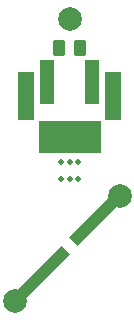
<source format=gbr>
%TF.GenerationSoftware,KiCad,Pcbnew,9.0.2*%
%TF.CreationDate,2025-05-29T00:27:20+01:00*%
%TF.ProjectId,led_jewellery,6c65645f-6a65-4776-956c-6c6572792e6b,rev?*%
%TF.SameCoordinates,Original*%
%TF.FileFunction,Soldermask,Top*%
%TF.FilePolarity,Negative*%
%FSLAX46Y46*%
G04 Gerber Fmt 4.6, Leading zero omitted, Abs format (unit mm)*
G04 Created by KiCad (PCBNEW 9.0.2) date 2025-05-29 00:27:20*
%MOMM*%
%LPD*%
G01*
G04 APERTURE LIST*
G04 Aperture macros list*
%AMRoundRect*
0 Rectangle with rounded corners*
0 $1 Rounding radius*
0 $2 $3 $4 $5 $6 $7 $8 $9 X,Y pos of 4 corners*
0 Add a 4 corners polygon primitive as box body*
4,1,4,$2,$3,$4,$5,$6,$7,$8,$9,$2,$3,0*
0 Add four circle primitives for the rounded corners*
1,1,$1+$1,$2,$3*
1,1,$1+$1,$4,$5*
1,1,$1+$1,$6,$7*
1,1,$1+$1,$8,$9*
0 Add four rect primitives between the rounded corners*
20,1,$1+$1,$2,$3,$4,$5,0*
20,1,$1+$1,$4,$5,$6,$7,0*
20,1,$1+$1,$6,$7,$8,$9,0*
20,1,$1+$1,$8,$9,$2,$3,0*%
%AMRotRect*
0 Rectangle, with rotation*
0 The origin of the aperture is its center*
0 $1 length*
0 $2 width*
0 $3 Rotation angle, in degrees counterclockwise*
0 Add horizontal line*
21,1,$1,$2,0,0,$3*%
G04 Aperture macros list end*
%ADD10RotRect,5.500000X1.000000X225.000000*%
%ADD11C,0.500000*%
%ADD12RoundRect,0.250000X0.262500X0.450000X-0.262500X0.450000X-0.262500X-0.450000X0.262500X-0.450000X0*%
%ADD13R,1.205000X3.760000*%
%ADD14R,1.460000X4.190000*%
%ADD15R,5.330000X2.790000*%
%ADD16C,2.000000*%
G04 APERTURE END LIST*
D10*
%TO.C,D1*%
X122237258Y-87062742D03*
X126762742Y-82537258D03*
%TD*%
D11*
%TO.C,mouse-bite-2mm-slot*%
X123750000Y-77650000D03*
X123750000Y-79150000D03*
X124500000Y-77650000D03*
X124500000Y-79150000D03*
X125250000Y-77650000D03*
X125250000Y-79150000D03*
%TD*%
D12*
%TO.C,R1*%
X125412500Y-68000000D03*
X123587500Y-68000000D03*
%TD*%
D13*
%TO.C,SW1*%
X122627500Y-70945000D03*
X126372500Y-70945000D03*
D14*
X120850000Y-72125000D03*
D15*
X124500000Y-75540000D03*
D14*
X128150000Y-72125000D03*
%TD*%
D16*
X128742641Y-80557360D03*
X119886836Y-89413165D03*
X124500000Y-65573000D03*
M02*

</source>
